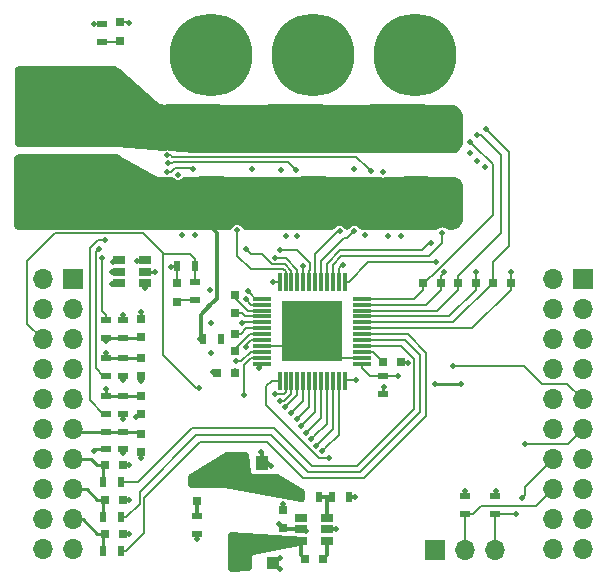
<source format=gtl>
G04 #@! TF.GenerationSoftware,KiCad,Pcbnew,(5.1.4)-1*
G04 #@! TF.CreationDate,2019-08-28T01:11:50-07:00*
G04 #@! TF.ProjectId,ESC Drivetrain V1,45534320-4472-4697-9665-747261696e20,rev?*
G04 #@! TF.SameCoordinates,Original*
G04 #@! TF.FileFunction,Copper,L1,Top*
G04 #@! TF.FilePolarity,Positive*
%FSLAX46Y46*%
G04 Gerber Fmt 4.6, Leading zero omitted, Abs format (unit mm)*
G04 Created by KiCad (PCBNEW (5.1.4)-1) date 2019-08-28 01:11:50*
%MOMM*%
%LPD*%
G04 APERTURE LIST*
%ADD10R,5.516000X5.516000*%
%ADD11C,5.516000*%
%ADD12R,0.750000X0.800000*%
%ADD13R,0.800000X0.750000*%
%ADD14R,2.500000X4.000000*%
%ADD15R,1.000000X1.250000*%
%ADD16R,0.800000X0.800000*%
%ADD17R,1.100000X1.100000*%
%ADD18R,1.700000X1.700000*%
%ADD19O,1.700000X1.700000*%
%ADD20R,0.900000X0.500000*%
%ADD21R,0.500000X0.900000*%
%ADD22C,0.500000*%
%ADD23R,0.300000X1.500000*%
%ADD24R,1.500000X0.300000*%
%ADD25R,5.170000X5.170000*%
%ADD26R,1.060000X0.650000*%
%ADD27C,0.100000*%
%ADD28C,1.000000*%
%ADD29C,7.000000*%
%ADD30C,0.250000*%
%ADD31C,0.203200*%
%ADD32C,0.344678*%
%ADD33C,0.500000*%
%ADD34C,0.254000*%
G04 APERTURE END LIST*
D10*
X106000000Y-108325000D03*
D11*
X106000000Y-115525000D03*
D12*
X122925000Y-142525000D03*
X122925000Y-144025000D03*
X118875000Y-129100000D03*
X118875000Y-127600000D03*
D13*
X132925000Y-130000000D03*
X131425000Y-130000000D03*
D12*
X118875000Y-124350000D03*
X118875000Y-125850000D03*
X110900000Y-131150000D03*
X110900000Y-129650000D03*
X110900000Y-134400000D03*
X110900000Y-132900000D03*
X110900000Y-126350000D03*
X110900000Y-127850000D03*
D13*
X134850000Y-123300000D03*
X136350000Y-123300000D03*
D14*
X116850000Y-116350000D03*
X116850000Y-110250000D03*
X125500000Y-116350000D03*
X125500000Y-110250000D03*
X134150000Y-116350000D03*
X134150000Y-110250000D03*
D13*
X137800000Y-123300000D03*
X139300000Y-123300000D03*
D12*
X110900000Y-137600000D03*
X110900000Y-136100000D03*
D13*
X140750000Y-123300000D03*
X142250000Y-123300000D03*
D15*
X121175000Y-138575000D03*
X119175000Y-138575000D03*
D13*
X126325000Y-146725000D03*
X124825000Y-146725000D03*
X109400000Y-138750000D03*
X107900000Y-138750000D03*
X109400000Y-141650000D03*
X107900000Y-141650000D03*
X109400000Y-144550000D03*
X107900000Y-144550000D03*
D16*
X109150000Y-101250000D03*
X109150000Y-102850000D03*
X113975000Y-123350000D03*
X113975000Y-124950000D03*
X115650000Y-140150000D03*
X115650000Y-141750000D03*
D17*
X119275000Y-147025000D03*
X122075000Y-147025000D03*
D18*
X135850000Y-145900000D03*
D19*
X138390000Y-145900000D03*
X140930000Y-145900000D03*
D20*
X131450000Y-132725000D03*
X131450000Y-131225000D03*
D21*
X116175000Y-128050000D03*
X117675000Y-128050000D03*
D20*
X107950000Y-131150000D03*
X107950000Y-129650000D03*
X107950000Y-134400000D03*
X107950000Y-132900000D03*
X107950000Y-126450000D03*
X107950000Y-127950000D03*
D21*
X113975000Y-121900000D03*
X115475000Y-121900000D03*
D20*
X107650000Y-102900000D03*
X107650000Y-101400000D03*
X115475000Y-124750000D03*
X115475000Y-123250000D03*
X109450000Y-129650000D03*
X109450000Y-131150000D03*
X109450000Y-132900000D03*
X109450000Y-134400000D03*
X109450000Y-127950000D03*
X109450000Y-126450000D03*
X107950000Y-137400000D03*
X107950000Y-135900000D03*
X109450000Y-135900000D03*
X109450000Y-137400000D03*
X115675000Y-143025000D03*
X115675000Y-144525000D03*
D21*
X124475000Y-141425000D03*
X125975000Y-141425000D03*
X127075000Y-141425000D03*
X128575000Y-141425000D03*
X109250000Y-140200000D03*
X107750000Y-140200000D03*
X109250000Y-143100000D03*
X107750000Y-143100000D03*
X109250000Y-146000000D03*
X107750000Y-146000000D03*
D20*
X140950000Y-141350000D03*
X140950000Y-142850000D03*
X138400000Y-141350000D03*
X138400000Y-142850000D03*
D22*
X127425000Y-125400000D03*
X127425000Y-128400000D03*
X127425000Y-126400000D03*
X127425000Y-127400000D03*
X127425000Y-129400000D03*
X126425000Y-125400000D03*
X126425000Y-128400000D03*
X126425000Y-126400000D03*
X126425000Y-127400000D03*
X126425000Y-129400000D03*
X125425000Y-125400000D03*
X125425000Y-128400000D03*
X125425000Y-126400000D03*
X125425000Y-127400000D03*
X125425000Y-129400000D03*
X124425000Y-125400000D03*
X124425000Y-128400000D03*
X124425000Y-126400000D03*
X124425000Y-127400000D03*
X124425000Y-129400000D03*
X123425000Y-125400000D03*
X123425000Y-127400000D03*
X123425000Y-126400000D03*
X123425000Y-128400000D03*
X123425000Y-129400000D03*
D23*
X122675000Y-131600000D03*
X123175000Y-131600000D03*
X123675000Y-131600000D03*
X124175000Y-131600000D03*
X124675000Y-131600000D03*
X125175000Y-131600000D03*
X125675000Y-131600000D03*
X126175000Y-131600000D03*
X126675000Y-131600000D03*
X127175000Y-131600000D03*
X127675000Y-131600000D03*
X128175000Y-131600000D03*
D24*
X129625000Y-130150000D03*
X129625000Y-129650000D03*
X129625000Y-129150000D03*
X129625000Y-128650000D03*
X129625000Y-128150000D03*
X129625000Y-127650000D03*
X129625000Y-127150000D03*
X129625000Y-126650000D03*
X129625000Y-126150000D03*
X129625000Y-125650000D03*
X129625000Y-125150000D03*
X129625000Y-124650000D03*
D23*
X128175000Y-123200000D03*
X127675000Y-123200000D03*
X127175000Y-123200000D03*
X126675000Y-123200000D03*
X126175000Y-123200000D03*
X125675000Y-123200000D03*
X125175000Y-123200000D03*
X124675000Y-123200000D03*
X124175000Y-123200000D03*
X123675000Y-123200000D03*
X123175000Y-123200000D03*
X122675000Y-123200000D03*
D24*
X121225000Y-124650000D03*
X121225000Y-125150000D03*
X121225000Y-125650000D03*
X121225000Y-126150000D03*
X121225000Y-126650000D03*
X121225000Y-127150000D03*
X121225000Y-127650000D03*
X121225000Y-128150000D03*
X121225000Y-128650000D03*
X121225000Y-129150000D03*
X121225000Y-129650000D03*
X121225000Y-130150000D03*
D25*
X125425000Y-127400000D03*
D26*
X126675000Y-145125000D03*
X126675000Y-144175000D03*
X126675000Y-143225000D03*
X124475000Y-143225000D03*
X124475000Y-145125000D03*
X124475000Y-144175000D03*
X109100000Y-121400000D03*
X109100000Y-122350000D03*
X109100000Y-123300000D03*
X111300000Y-123300000D03*
X111300000Y-121400000D03*
X111300000Y-122350000D03*
D18*
X105160000Y-123000000D03*
D19*
X102620000Y-123000000D03*
X105160000Y-125540000D03*
X102620000Y-125540000D03*
X105160000Y-128080000D03*
X102620000Y-128080000D03*
X105160000Y-130620000D03*
X102620000Y-130620000D03*
X105160000Y-133160000D03*
X102620000Y-133160000D03*
X105160000Y-135700000D03*
X102620000Y-135700000D03*
X105160000Y-138240000D03*
X102620000Y-138240000D03*
X105160000Y-140780000D03*
X102620000Y-140780000D03*
X105160000Y-143320000D03*
X102620000Y-143320000D03*
X105160000Y-145860000D03*
X102620000Y-145860000D03*
D18*
X148340000Y-123000000D03*
D19*
X145800000Y-123000000D03*
X148340000Y-125540000D03*
X145800000Y-125540000D03*
X148340000Y-128080000D03*
X145800000Y-128080000D03*
X148340000Y-130620000D03*
X145800000Y-130620000D03*
X148340000Y-133160000D03*
X145800000Y-133160000D03*
X148340000Y-135700000D03*
X145800000Y-135700000D03*
X148340000Y-138240000D03*
X145800000Y-138240000D03*
X148340000Y-140780000D03*
X145800000Y-140780000D03*
X148340000Y-143320000D03*
X145800000Y-143320000D03*
X148340000Y-145860000D03*
X145800000Y-145860000D03*
D27*
G36*
X120099504Y-144626204D02*
G01*
X120123773Y-144629804D01*
X120147571Y-144635765D01*
X120170671Y-144644030D01*
X120192849Y-144654520D01*
X120213893Y-144667133D01*
X120233598Y-144681747D01*
X120251777Y-144698223D01*
X120268253Y-144716402D01*
X120282867Y-144736107D01*
X120295480Y-144757151D01*
X120305970Y-144779329D01*
X120314235Y-144802429D01*
X120320196Y-144826227D01*
X120323796Y-144850496D01*
X120325000Y-144875000D01*
X120325000Y-145375000D01*
X120323796Y-145399504D01*
X120320196Y-145423773D01*
X120314235Y-145447571D01*
X120305970Y-145470671D01*
X120295480Y-145492849D01*
X120282867Y-145513893D01*
X120268253Y-145533598D01*
X120251777Y-145551777D01*
X120233598Y-145568253D01*
X120213893Y-145582867D01*
X120192849Y-145595480D01*
X120170671Y-145605970D01*
X120147571Y-145614235D01*
X120123773Y-145620196D01*
X120099504Y-145623796D01*
X120075000Y-145625000D01*
X118575000Y-145625000D01*
X118550496Y-145623796D01*
X118526227Y-145620196D01*
X118502429Y-145614235D01*
X118479329Y-145605970D01*
X118457151Y-145595480D01*
X118436107Y-145582867D01*
X118416402Y-145568253D01*
X118398223Y-145551777D01*
X118381747Y-145533598D01*
X118367133Y-145513893D01*
X118354520Y-145492849D01*
X118344030Y-145470671D01*
X118335765Y-145447571D01*
X118329804Y-145423773D01*
X118326204Y-145399504D01*
X118325000Y-145375000D01*
X118325000Y-144875000D01*
X118326204Y-144850496D01*
X118329804Y-144826227D01*
X118335765Y-144802429D01*
X118344030Y-144779329D01*
X118354520Y-144757151D01*
X118367133Y-144736107D01*
X118381747Y-144716402D01*
X118398223Y-144698223D01*
X118416402Y-144681747D01*
X118436107Y-144667133D01*
X118457151Y-144654520D01*
X118479329Y-144644030D01*
X118502429Y-144635765D01*
X118526227Y-144629804D01*
X118550496Y-144626204D01*
X118575000Y-144625000D01*
X120075000Y-144625000D01*
X120099504Y-144626204D01*
X120099504Y-144626204D01*
G37*
D28*
X119325000Y-145125000D03*
D27*
G36*
X120099504Y-139626204D02*
G01*
X120123773Y-139629804D01*
X120147571Y-139635765D01*
X120170671Y-139644030D01*
X120192849Y-139654520D01*
X120213893Y-139667133D01*
X120233598Y-139681747D01*
X120251777Y-139698223D01*
X120268253Y-139716402D01*
X120282867Y-139736107D01*
X120295480Y-139757151D01*
X120305970Y-139779329D01*
X120314235Y-139802429D01*
X120320196Y-139826227D01*
X120323796Y-139850496D01*
X120325000Y-139875000D01*
X120325000Y-140375000D01*
X120323796Y-140399504D01*
X120320196Y-140423773D01*
X120314235Y-140447571D01*
X120305970Y-140470671D01*
X120295480Y-140492849D01*
X120282867Y-140513893D01*
X120268253Y-140533598D01*
X120251777Y-140551777D01*
X120233598Y-140568253D01*
X120213893Y-140582867D01*
X120192849Y-140595480D01*
X120170671Y-140605970D01*
X120147571Y-140614235D01*
X120123773Y-140620196D01*
X120099504Y-140623796D01*
X120075000Y-140625000D01*
X118575000Y-140625000D01*
X118550496Y-140623796D01*
X118526227Y-140620196D01*
X118502429Y-140614235D01*
X118479329Y-140605970D01*
X118457151Y-140595480D01*
X118436107Y-140582867D01*
X118416402Y-140568253D01*
X118398223Y-140551777D01*
X118381747Y-140533598D01*
X118367133Y-140513893D01*
X118354520Y-140492849D01*
X118344030Y-140470671D01*
X118335765Y-140447571D01*
X118329804Y-140423773D01*
X118326204Y-140399504D01*
X118325000Y-140375000D01*
X118325000Y-139875000D01*
X118326204Y-139850496D01*
X118329804Y-139826227D01*
X118335765Y-139802429D01*
X118344030Y-139779329D01*
X118354520Y-139757151D01*
X118367133Y-139736107D01*
X118381747Y-139716402D01*
X118398223Y-139698223D01*
X118416402Y-139681747D01*
X118436107Y-139667133D01*
X118457151Y-139654520D01*
X118479329Y-139644030D01*
X118502429Y-139635765D01*
X118526227Y-139629804D01*
X118550496Y-139626204D01*
X118575000Y-139625000D01*
X120075000Y-139625000D01*
X120099504Y-139626204D01*
X120099504Y-139626204D01*
G37*
D28*
X119325000Y-140125000D03*
D29*
X116850000Y-104000000D03*
X125500000Y-104000000D03*
X134150000Y-104000000D03*
D13*
X118875000Y-130925000D03*
X117375000Y-130925000D03*
D22*
X117000000Y-130875000D03*
X124900000Y-144300000D03*
X115925000Y-128050000D03*
X137600000Y-117200000D03*
X136425000Y-117200000D03*
X135175000Y-117200000D03*
X135150000Y-118175000D03*
X133900000Y-117200000D03*
X133900000Y-118175000D03*
X128900000Y-117200000D03*
X127750000Y-117200000D03*
X126525000Y-117200000D03*
X126475000Y-118150000D03*
X125225000Y-117200000D03*
X125175000Y-118150000D03*
X123750000Y-117200000D03*
X117825000Y-118250000D03*
X116550000Y-118250000D03*
X120500000Y-117200000D03*
X119200000Y-117200000D03*
X117800000Y-117200000D03*
X116400000Y-117225000D03*
X114900000Y-117175000D03*
X132300000Y-117200000D03*
X107000000Y-137550000D03*
X116725000Y-125300000D03*
X119475000Y-126699996D03*
X109925000Y-101275000D03*
X123075000Y-144175000D03*
X122600000Y-143700000D03*
X131825000Y-119300000D03*
X132975000Y-119300000D03*
X123200000Y-119375000D03*
X124175000Y-119375000D03*
X114425000Y-119250000D03*
X115475000Y-119275000D03*
X130900000Y-109400000D03*
X132000000Y-109400000D03*
X122200000Y-109400000D03*
X123300000Y-109400000D03*
X114700000Y-109400000D03*
X113500000Y-109400000D03*
X113000000Y-108700000D03*
X114100000Y-108700000D03*
X115200000Y-108700000D03*
X121600000Y-108700000D03*
X122700000Y-108700000D03*
X123800000Y-108700000D03*
X130300000Y-108700000D03*
X131400000Y-108700000D03*
X132500000Y-108700000D03*
X109450000Y-126000000D03*
X110900000Y-125750000D03*
X110900000Y-131650000D03*
X109450000Y-131550000D03*
X109450000Y-134850000D03*
X109450000Y-137750000D03*
X110900000Y-138100000D03*
X109950000Y-138750000D03*
X109950000Y-141650000D03*
X109950000Y-144550000D03*
X108450000Y-122350000D03*
X116775000Y-123900000D03*
X116875000Y-126700000D03*
X116875000Y-129200000D03*
X106975000Y-101350000D03*
X139350000Y-110800000D03*
X140150000Y-110299997D03*
X133525000Y-130050000D03*
X122675000Y-147500000D03*
X122675000Y-146575000D03*
X127475000Y-144175000D03*
X129050000Y-141450000D03*
X122925000Y-142050000D03*
X121925000Y-138775000D03*
X121075000Y-137650000D03*
X115700000Y-145000000D03*
X138824994Y-111350000D03*
X110547452Y-134647452D03*
X118975000Y-129950002D03*
X107950000Y-129250000D03*
X110600000Y-121450000D03*
X107950000Y-132300000D03*
X111300000Y-123700000D03*
X107950000Y-128250000D03*
X108500000Y-123400000D03*
X114100000Y-114150000D03*
X138779687Y-112331714D03*
X136623226Y-122423226D03*
X119800000Y-120425000D03*
X122750000Y-113750000D03*
X122700000Y-120500000D03*
X139400000Y-112948390D03*
X139300000Y-122400000D03*
X108541523Y-121522974D03*
X128000000Y-121750000D03*
X131450000Y-113950000D03*
X140100000Y-113500000D03*
X142300000Y-122400000D03*
X119825000Y-124700000D03*
X119975000Y-124000000D03*
X117150000Y-138800000D03*
X118450000Y-138250000D03*
X117400000Y-140050000D03*
X120200000Y-140600000D03*
X121400000Y-139850000D03*
X123000000Y-140550000D03*
X121800000Y-140950000D03*
X118550000Y-139850000D03*
X112150000Y-122350000D03*
X113475000Y-121975000D03*
X120950000Y-130498400D03*
X115950000Y-139550000D03*
X131500000Y-132124012D03*
X135800000Y-131900000D03*
X138000000Y-131900000D03*
X138400000Y-140900000D03*
X141000000Y-140900000D03*
X118875000Y-130775000D03*
X115325000Y-113700000D03*
X107664090Y-121221363D03*
X113100000Y-113900004D03*
X107400000Y-120400000D03*
X113215081Y-113190487D03*
X124050000Y-113750000D03*
X113100000Y-112500000D03*
X130399994Y-113850000D03*
X107900000Y-119651610D03*
X129150000Y-131500000D03*
X115850000Y-132225000D03*
X124943201Y-135974537D03*
X119675000Y-132776600D03*
X126825000Y-138125000D03*
X142675000Y-142900000D03*
X143200000Y-141550000D03*
X126297819Y-137570367D03*
X124477887Y-135451566D03*
X143454358Y-136929358D03*
X125789150Y-137089460D03*
X124121404Y-134849124D03*
X132700000Y-131200000D03*
X137350000Y-130350000D03*
X123661845Y-134321087D03*
X123143767Y-133850330D03*
X122729544Y-133286029D03*
X125351365Y-136543236D03*
X122244555Y-132701945D03*
X128975000Y-113700000D03*
X124655986Y-121846640D03*
X129900000Y-119250000D03*
X129000000Y-118900000D03*
X127750000Y-118900000D03*
X136450000Y-119050000D03*
X135450000Y-119950000D03*
X135900000Y-121550000D03*
X119100000Y-118850000D03*
X122100000Y-123200000D03*
X120350000Y-113700000D03*
X122300000Y-121193570D03*
X119817634Y-128737447D03*
X117675000Y-128050000D03*
D30*
X107950000Y-137400000D02*
X107150000Y-137400000D01*
X107150000Y-137400000D02*
X107000000Y-137550000D01*
D31*
X121225000Y-126650000D02*
X119524996Y-126650000D01*
X119524996Y-126650000D02*
X119475000Y-126699996D01*
X109150000Y-101250000D02*
X109900000Y-101250000D01*
X109900000Y-101250000D02*
X109925000Y-101275000D01*
D32*
X123075000Y-144175000D02*
X123075000Y-144175000D01*
X124475000Y-144175000D02*
X123075000Y-144175000D01*
X116974999Y-125050001D02*
X116725000Y-125300000D01*
X117397340Y-124627660D02*
X116974999Y-125050001D01*
X117397340Y-119097340D02*
X117397340Y-124627660D01*
X116550000Y-118250000D02*
X117397340Y-119097340D01*
X116725000Y-125300000D02*
X116000000Y-126025000D01*
X116000000Y-126025000D02*
X116000000Y-128000000D01*
X123075000Y-144175000D02*
X122925000Y-144025000D01*
D30*
X109450000Y-126450000D02*
X109450000Y-126000000D01*
X110900000Y-126350000D02*
X110900000Y-125750000D01*
X110900000Y-131150000D02*
X110900000Y-131650000D01*
X109450000Y-131150000D02*
X109450000Y-131550000D01*
X109450000Y-134400000D02*
X109450000Y-134850000D01*
X109450000Y-137400000D02*
X109450000Y-137750000D01*
X110900000Y-137600000D02*
X110900000Y-138100000D01*
X109400000Y-138750000D02*
X109950000Y-138750000D01*
X109400000Y-141650000D02*
X109950000Y-141650000D01*
X109400000Y-144550000D02*
X109950000Y-144550000D01*
X109100000Y-122350000D02*
X108450000Y-122350000D01*
D31*
X123674999Y-128649999D02*
X123425000Y-128400000D01*
X121225000Y-128650000D02*
X123674999Y-128649999D01*
X107650000Y-101400000D02*
X107025000Y-101400000D01*
X107025000Y-101400000D02*
X106975000Y-101350000D01*
X127675000Y-129650000D02*
X125425000Y-127400000D01*
X129625000Y-129650000D02*
X127675000Y-129650000D01*
X132925000Y-130000000D02*
X133475000Y-130000000D01*
X133475000Y-130000000D02*
X133525000Y-130050000D01*
X122075000Y-147025000D02*
X122200000Y-147025000D01*
X122200000Y-147025000D02*
X122675000Y-147500000D01*
X122075000Y-147025000D02*
X122225000Y-147025000D01*
X122225000Y-147025000D02*
X122675000Y-146575000D01*
D32*
X129025000Y-141425000D02*
X129050000Y-141450000D01*
X128575000Y-141425000D02*
X129025000Y-141425000D01*
X126675000Y-144175000D02*
X127475000Y-144175000D01*
X122925000Y-142525000D02*
X122925000Y-142050000D01*
X121175000Y-138575000D02*
X121725000Y-138575000D01*
X121725000Y-138575000D02*
X121925000Y-138775000D01*
X121175000Y-138575000D02*
X121175000Y-137750000D01*
X121175000Y-137750000D02*
X121075000Y-137650000D01*
X115675000Y-144525000D02*
X115675000Y-144975000D01*
X115675000Y-144975000D02*
X115700000Y-145000000D01*
D31*
X134850000Y-123878200D02*
X134850000Y-123300000D01*
X134078200Y-124650000D02*
X134850000Y-123878200D01*
X129625000Y-124650000D02*
X134078200Y-124650000D01*
X137800000Y-123878200D02*
X137800000Y-123300000D01*
X136028200Y-125650000D02*
X137800000Y-123878200D01*
X129625000Y-125650000D02*
X136028200Y-125650000D01*
X140725000Y-123300000D02*
X140750000Y-123300000D01*
X137375000Y-126650000D02*
X140725000Y-123300000D01*
X129625000Y-126650000D02*
X137375000Y-126650000D01*
X137800000Y-122721800D02*
X137800000Y-123300000D01*
X141400000Y-119121800D02*
X137800000Y-122721800D01*
X141400000Y-112500000D02*
X141400000Y-119121800D01*
X139350000Y-110800000D02*
X139700000Y-110800000D01*
X139700000Y-110800000D02*
X141400000Y-112500000D01*
X140750000Y-123300000D02*
X140750000Y-121550000D01*
X140750000Y-121550000D02*
X142100000Y-120200000D01*
X142100000Y-112249997D02*
X140150000Y-110299997D01*
X142100000Y-120200000D02*
X142100000Y-112249997D01*
X134875000Y-123300000D02*
X135453200Y-122721800D01*
X140700000Y-117566370D02*
X140700000Y-113225006D01*
X139074993Y-111599999D02*
X138824994Y-111350000D01*
X140700000Y-113225006D02*
X139074993Y-111599999D01*
X135544570Y-122721800D02*
X140700000Y-117566370D01*
X135453200Y-122721800D02*
X135544570Y-122721800D01*
X134850000Y-123300000D02*
X134875000Y-123300000D01*
D30*
X110797451Y-134397453D02*
X110547452Y-134647452D01*
X110897453Y-134397453D02*
X110797451Y-134397453D01*
X110900000Y-134400000D02*
X110897453Y-134397453D01*
D31*
X120625000Y-127150000D02*
X120576601Y-127198399D01*
X121225000Y-127150000D02*
X120625000Y-127150000D01*
X119391366Y-127600000D02*
X118875000Y-127600000D01*
X121225000Y-127150000D02*
X119841366Y-127150000D01*
X119841366Y-127150000D02*
X119391366Y-127600000D01*
X118875000Y-128900000D02*
X118875000Y-129100000D01*
X121225000Y-127650000D02*
X120125000Y-127650000D01*
X120125000Y-127650000D02*
X118875000Y-128900000D01*
X131425000Y-129996800D02*
X131425000Y-130000000D01*
X130578200Y-129150000D02*
X131425000Y-129996800D01*
X129625000Y-129150000D02*
X130578200Y-129150000D01*
X118875000Y-124566370D02*
X118875000Y-124350000D01*
X119958630Y-125650000D02*
X118875000Y-124566370D01*
X121225000Y-125650000D02*
X119958630Y-125650000D01*
X120271800Y-126150000D02*
X121225000Y-126150000D01*
X119753200Y-126150000D02*
X120271800Y-126150000D01*
X118875000Y-125850000D02*
X119453200Y-125850000D01*
X119453200Y-125850000D02*
X119753200Y-126150000D01*
X119421449Y-129950002D02*
X118975000Y-129950002D01*
X121225000Y-129150000D02*
X120221451Y-129150000D01*
X120221451Y-129150000D02*
X119421449Y-129950002D01*
D30*
X107950000Y-129650000D02*
X107950000Y-129250000D01*
X109450000Y-129650000D02*
X107950000Y-129650000D01*
X110900000Y-129650000D02*
X109450000Y-129650000D01*
X111250000Y-121450000D02*
X110953553Y-121450000D01*
X110953553Y-121450000D02*
X110600000Y-121450000D01*
X111300000Y-121400000D02*
X111250000Y-121450000D01*
X107950000Y-132900000D02*
X107950000Y-132300000D01*
X107950000Y-132900000D02*
X109450000Y-132900000D01*
X109450000Y-132900000D02*
X110900000Y-132900000D01*
X111300000Y-123300000D02*
X111300000Y-123700000D01*
X107950000Y-127950000D02*
X107950000Y-128250000D01*
X107950000Y-127950000D02*
X109450000Y-127950000D01*
X110800000Y-127950000D02*
X110900000Y-127850000D01*
X109450000Y-127950000D02*
X110800000Y-127950000D01*
X109000000Y-123400000D02*
X109100000Y-123300000D01*
X108500000Y-123400000D02*
X109000000Y-123400000D01*
D31*
X123154736Y-121745188D02*
X121995188Y-121745188D01*
X121995188Y-121745188D02*
X121150000Y-120900000D01*
X123675000Y-122265452D02*
X123154736Y-121745188D01*
X123675000Y-123200000D02*
X123675000Y-122265452D01*
X136350000Y-123878200D02*
X136350000Y-123300000D01*
X135078200Y-125150000D02*
X136350000Y-123878200D01*
X129625000Y-125150000D02*
X135078200Y-125150000D01*
X136623226Y-122423226D02*
X136300000Y-122746452D01*
X136300000Y-123250000D02*
X136350000Y-123300000D01*
X136300000Y-122746452D02*
X136300000Y-123250000D01*
X121150000Y-120900000D02*
X120275000Y-120900000D01*
X120275000Y-120900000D02*
X119800000Y-120425000D01*
X125207587Y-122214213D02*
X125207587Y-121581871D01*
X124125716Y-120500000D02*
X123053553Y-120500000D01*
X125175000Y-122246800D02*
X125207587Y-122214213D01*
X123053553Y-120500000D02*
X122700000Y-120500000D01*
X125207587Y-121581871D02*
X124125716Y-120500000D01*
X125175000Y-123200000D02*
X125175000Y-122246800D01*
X139300000Y-123878200D02*
X139300000Y-123300000D01*
X137028200Y-126150000D02*
X139300000Y-123878200D01*
X129625000Y-126150000D02*
X137028200Y-126150000D01*
X139300000Y-122400000D02*
X139300000Y-123300000D01*
D30*
X105360000Y-135900000D02*
X105160000Y-135700000D01*
X107950000Y-135900000D02*
X105360000Y-135900000D01*
X109450000Y-135900000D02*
X107950000Y-135900000D01*
X110700000Y-135900000D02*
X110900000Y-136100000D01*
X109450000Y-135900000D02*
X110700000Y-135900000D01*
X108977026Y-121522974D02*
X108895076Y-121522974D01*
X109100000Y-121400000D02*
X108977026Y-121522974D01*
X108895076Y-121522974D02*
X108541523Y-121522974D01*
D31*
X127675000Y-123200000D02*
X127675000Y-122075000D01*
X127675000Y-122075000D02*
X128000000Y-121750000D01*
X142250000Y-123878200D02*
X142250000Y-123300000D01*
X138978200Y-127150000D02*
X142250000Y-123878200D01*
X129625000Y-127150000D02*
X138978200Y-127150000D01*
X142300000Y-123250000D02*
X142250000Y-123300000D01*
X142300000Y-122400000D02*
X142300000Y-123250000D01*
X120271800Y-125150000D02*
X119825000Y-124703200D01*
X121225000Y-125150000D02*
X120271800Y-125150000D01*
X119825000Y-124703200D02*
X119825000Y-124700000D01*
X121225000Y-124650000D02*
X120625000Y-124650000D01*
X120224999Y-124249999D02*
X119975000Y-124000000D01*
X120625000Y-124650000D02*
X120224999Y-124249999D01*
D30*
X111300000Y-122350000D02*
X112150000Y-122350000D01*
D31*
X113975000Y-121900000D02*
X113550000Y-121900000D01*
X113550000Y-121900000D02*
X113475000Y-121975000D01*
X113975000Y-123350000D02*
X113975000Y-121900000D01*
D32*
X124475000Y-141225000D02*
X124475000Y-141425000D01*
D31*
X121225000Y-130150000D02*
X121225000Y-130223400D01*
X121225000Y-130223400D02*
X120950000Y-130498400D01*
D30*
X131450000Y-132725000D02*
X131450000Y-132174012D01*
X131450000Y-132174012D02*
X131500000Y-132124012D01*
X135800000Y-131900000D02*
X136153553Y-131900000D01*
X136153553Y-131900000D02*
X138000000Y-131900000D01*
X138400000Y-141350000D02*
X138400000Y-140900000D01*
X140950000Y-141350000D02*
X140950000Y-140950000D01*
X140950000Y-140950000D02*
X141000000Y-140900000D01*
D32*
X124475000Y-146375000D02*
X124825000Y-146725000D01*
X124475000Y-145125000D02*
X124475000Y-146375000D01*
X126675000Y-146375000D02*
X126325000Y-146725000D01*
X126675000Y-145125000D02*
X126675000Y-146375000D01*
D30*
X106740000Y-138240000D02*
X105160000Y-138240000D01*
X107900000Y-138750000D02*
X107250000Y-138750000D01*
X107250000Y-138750000D02*
X106740000Y-138240000D01*
X107750000Y-138900000D02*
X107900000Y-138750000D01*
X107750000Y-140200000D02*
X107750000Y-138900000D01*
X106380000Y-140780000D02*
X105160000Y-140780000D01*
X107900000Y-141650000D02*
X107250000Y-141650000D01*
X107250000Y-141650000D02*
X106380000Y-140780000D01*
X107750000Y-141800000D02*
X107900000Y-141650000D01*
X107750000Y-143100000D02*
X107750000Y-141800000D01*
X106020000Y-143320000D02*
X105160000Y-143320000D01*
X107900000Y-144550000D02*
X107250000Y-144550000D01*
X107250000Y-144550000D02*
X106020000Y-143320000D01*
X107750000Y-144700000D02*
X107900000Y-144550000D01*
X107750000Y-146000000D02*
X107750000Y-144700000D01*
D31*
X109100000Y-102900000D02*
X109150000Y-102850000D01*
X107650000Y-102900000D02*
X109100000Y-102900000D01*
X114175000Y-124750000D02*
X113975000Y-124950000D01*
X115475000Y-124750000D02*
X114175000Y-124750000D01*
D32*
X115650000Y-143000000D02*
X115675000Y-143025000D01*
X115650000Y-141750000D02*
X115650000Y-143000000D01*
D30*
X108000000Y-126400000D02*
X107950000Y-126450000D01*
D31*
X107664090Y-121574916D02*
X107664090Y-121221363D01*
X107664090Y-125710890D02*
X107664090Y-121574916D01*
X107950000Y-125996800D02*
X107664090Y-125710890D01*
X107950000Y-126450000D02*
X107950000Y-125996800D01*
X113453553Y-113900004D02*
X113100000Y-113900004D01*
X113803557Y-113550000D02*
X113453553Y-113900004D01*
X115325000Y-113700000D02*
X115175000Y-113550000D01*
X115175000Y-113550000D02*
X113803557Y-113550000D01*
X107750000Y-131150000D02*
X107950000Y-131150000D01*
X107112489Y-130512489D02*
X107750000Y-131150000D01*
X107112489Y-120687511D02*
X107112489Y-130512489D01*
X107400000Y-120400000D02*
X107112489Y-120687511D01*
X113215081Y-113190487D02*
X113568634Y-113190487D01*
X113568634Y-113190487D02*
X113659121Y-113100000D01*
X113659121Y-113100000D02*
X123400000Y-113100000D01*
X123800001Y-113500001D02*
X124050000Y-113750000D01*
X123400000Y-113100000D02*
X123800001Y-113500001D01*
X113578553Y-112625000D02*
X129174994Y-112625000D01*
X113453553Y-112500000D02*
X113578553Y-112625000D01*
X130149995Y-113600001D02*
X130399994Y-113850000D01*
X129174994Y-112625000D02*
X130149995Y-113600001D01*
X113100000Y-112500000D02*
X113453553Y-112500000D01*
X107546447Y-119651610D02*
X107900000Y-119651610D01*
X107332020Y-119651610D02*
X107546447Y-119651610D01*
X106600000Y-120383630D02*
X107332020Y-119651610D01*
X106600000Y-133250000D02*
X106600000Y-120383630D01*
X107950000Y-134400000D02*
X107750000Y-134400000D01*
X107750000Y-134400000D02*
X106600000Y-133250000D01*
X128275000Y-131500000D02*
X128175000Y-131600000D01*
X129150000Y-131500000D02*
X128275000Y-131500000D01*
X115850000Y-132225000D02*
X115625000Y-132225000D01*
X112775000Y-129375000D02*
X114750000Y-131350000D01*
X114750000Y-131350000D02*
X114650000Y-131250000D01*
X115625000Y-132225000D02*
X114750000Y-131350000D01*
X115128200Y-120900000D02*
X112775000Y-120900000D01*
X115475000Y-121246800D02*
X115128200Y-120900000D01*
X115475000Y-121900000D02*
X115475000Y-121246800D01*
X112775000Y-120900000D02*
X112775000Y-129375000D01*
X115475000Y-123250000D02*
X115475000Y-121900000D01*
X112775000Y-120800000D02*
X112775000Y-120900000D01*
X111075000Y-119100000D02*
X112775000Y-120800000D01*
X103625000Y-119100000D02*
X111075000Y-119100000D01*
X101300000Y-121425000D02*
X103625000Y-119100000D01*
X102620000Y-128080000D02*
X101300000Y-126760000D01*
X101300000Y-126760000D02*
X101300000Y-121425000D01*
X126175000Y-131600000D02*
X126175000Y-134742738D01*
X125193200Y-135724538D02*
X124943201Y-135974537D01*
X126175000Y-134742738D02*
X125193200Y-135724538D01*
X120291676Y-129650000D02*
X121225000Y-129650000D01*
X119675000Y-132776600D02*
X119675000Y-130266676D01*
X119675000Y-130266676D02*
X120291676Y-129650000D01*
X138400000Y-145890000D02*
X138390000Y-145900000D01*
X138400000Y-142850000D02*
X138400000Y-145890000D01*
X145800000Y-140780000D02*
X144380000Y-142200000D01*
X139053200Y-142850000D02*
X138400000Y-142850000D01*
X139703200Y-142200000D02*
X139053200Y-142850000D01*
X144380000Y-142200000D02*
X139703200Y-142200000D01*
X126471447Y-138125000D02*
X126825000Y-138125000D01*
X126033630Y-138125000D02*
X126471447Y-138125000D01*
X121550000Y-133641370D02*
X126033630Y-138125000D01*
X121550000Y-132075000D02*
X121550000Y-133641370D01*
X122025000Y-131600000D02*
X121550000Y-132075000D01*
X122675000Y-131600000D02*
X122025000Y-131600000D01*
X141190000Y-142850000D02*
X140950000Y-142850000D01*
X140950000Y-145880000D02*
X140930000Y-145900000D01*
X140950000Y-142850000D02*
X140950000Y-145880000D01*
X140950000Y-142850000D02*
X142625000Y-142850000D01*
X142625000Y-142850000D02*
X142675000Y-142900000D01*
X143200000Y-141550000D02*
X143475000Y-141275000D01*
X143475000Y-140565000D02*
X145800000Y-138240000D01*
X143475000Y-141275000D02*
X143475000Y-140565000D01*
X127675000Y-131600000D02*
X127675000Y-136193186D01*
X127675000Y-136193186D02*
X126547818Y-137320368D01*
X126547818Y-137320368D02*
X126297819Y-137570367D01*
X125675000Y-134254453D02*
X124727886Y-135201567D01*
X125675000Y-131600000D02*
X125675000Y-134254453D01*
X124727886Y-135201567D02*
X124477887Y-135451566D01*
X143807911Y-136929358D02*
X143454358Y-136929358D01*
X147110642Y-136929358D02*
X143807911Y-136929358D01*
X148340000Y-135700000D02*
X147110642Y-136929358D01*
X127175000Y-135703610D02*
X126039149Y-136839461D01*
X127175000Y-131600000D02*
X127175000Y-135703610D01*
X126039149Y-136839461D02*
X125789150Y-137089460D01*
X124371403Y-134599125D02*
X124121404Y-134849124D01*
X125175000Y-131600000D02*
X125175000Y-133795528D01*
X125175000Y-133795528D02*
X124371403Y-134599125D01*
X129625000Y-130503200D02*
X129625000Y-130150000D01*
X130346800Y-131225000D02*
X129625000Y-130503200D01*
X131450000Y-131225000D02*
X130346800Y-131225000D01*
X131475000Y-131200000D02*
X131450000Y-131225000D01*
X132700000Y-131200000D02*
X131475000Y-131200000D01*
X143375000Y-130350000D02*
X137350000Y-130350000D01*
X144875000Y-131850000D02*
X143375000Y-130350000D01*
X148340000Y-133160000D02*
X147030000Y-131850000D01*
X147030000Y-131850000D02*
X144875000Y-131850000D01*
X124675000Y-131600000D02*
X124675000Y-133307932D01*
X123911844Y-134071088D02*
X123661845Y-134321087D01*
X124675000Y-133307932D02*
X123911844Y-134071088D01*
X123393766Y-133600331D02*
X123143767Y-133850330D01*
X124175000Y-132819097D02*
X123393766Y-133600331D01*
X124175000Y-131600000D02*
X124175000Y-132819097D01*
X123083097Y-133286029D02*
X122729544Y-133286029D01*
X123675000Y-132694126D02*
X123083097Y-133286029D01*
X123675000Y-131600000D02*
X123675000Y-132694126D01*
X126675000Y-131600000D02*
X126675000Y-135219601D01*
X125601364Y-136293237D02*
X125351365Y-136543236D01*
X126675000Y-135219601D02*
X125601364Y-136293237D01*
X122598108Y-132701945D02*
X122244555Y-132701945D01*
X123026255Y-132701945D02*
X122598108Y-132701945D01*
X123175000Y-132553200D02*
X123026255Y-132701945D01*
X123175000Y-131600000D02*
X123175000Y-132553200D01*
X124675000Y-123200000D02*
X124675000Y-121865654D01*
X124675000Y-121865654D02*
X124655986Y-121846640D01*
X128400000Y-119500000D02*
X129000000Y-118900000D01*
X128100000Y-119500000D02*
X128400000Y-119500000D01*
X126175000Y-123200000D02*
X126175000Y-121425000D01*
X126175000Y-121425000D02*
X128100000Y-119500000D01*
X127650000Y-118900000D02*
X127750000Y-118900000D01*
X125675000Y-123200000D02*
X125675000Y-120875000D01*
X125675000Y-120875000D02*
X127650000Y-118900000D01*
X136450000Y-119900000D02*
X136450000Y-119050000D01*
X135300000Y-121050000D02*
X136450000Y-119900000D01*
X127883630Y-121050000D02*
X135300000Y-121050000D01*
X127175000Y-123200000D02*
X127175000Y-121758630D01*
X127175000Y-121758630D02*
X127883630Y-121050000D01*
X135350000Y-119950000D02*
X135450000Y-119950000D01*
X134750000Y-120550000D02*
X135350000Y-119950000D01*
X127813404Y-120550000D02*
X134750000Y-120550000D01*
X126675000Y-123200000D02*
X126675000Y-121688404D01*
X126675000Y-121688404D02*
X127813404Y-120550000D01*
X128528200Y-123200000D02*
X128175000Y-123200000D01*
X135900000Y-121550000D02*
X130178200Y-121550000D01*
X130178200Y-121550000D02*
X128528200Y-123200000D01*
X119100000Y-119153575D02*
X119100000Y-118800022D01*
X119100000Y-121000000D02*
X119100000Y-119153575D01*
X120248399Y-122148399D02*
X119100000Y-121000000D01*
X122987721Y-122148399D02*
X120248399Y-122148399D01*
X123175000Y-123200000D02*
X123175000Y-122335678D01*
X123175000Y-122335678D02*
X122987721Y-122148399D01*
X122675000Y-123200000D02*
X122675000Y-122600000D01*
X122675000Y-123200000D02*
X122100000Y-123200000D01*
X123173344Y-121193570D02*
X122653553Y-121193570D01*
X122653553Y-121193570D02*
X122300000Y-121193570D01*
X124175000Y-123200000D02*
X124175000Y-122195226D01*
X124175000Y-122195226D02*
X123173344Y-121193570D01*
X119817634Y-128604166D02*
X119817634Y-128737447D01*
X121225000Y-128150000D02*
X120271800Y-128150000D01*
X120271800Y-128150000D02*
X119817634Y-128604166D01*
X126900000Y-141600000D02*
X127075000Y-141425000D01*
X126675000Y-143225000D02*
X126900000Y-143000000D01*
D32*
X127075000Y-141425000D02*
X125975000Y-141425000D01*
X126675000Y-141825000D02*
X127075000Y-141425000D01*
X126675000Y-143225000D02*
X126675000Y-141825000D01*
X126569678Y-141425000D02*
X125975000Y-141425000D01*
X126675000Y-141530322D02*
X126569678Y-141425000D01*
X126675000Y-141825000D02*
X126675000Y-141530322D01*
D31*
X110650000Y-140200000D02*
X109075000Y-140200000D01*
X115250000Y-135600000D02*
X110650000Y-140200000D01*
X122225000Y-135600000D02*
X115250000Y-135600000D01*
X132941370Y-128650000D02*
X134076601Y-129785231D01*
X129625000Y-128650000D02*
X132941370Y-128650000D01*
X134076601Y-129785231D02*
X134076601Y-133948399D01*
X134076601Y-133948399D02*
X129200000Y-138825000D01*
X129200000Y-138825000D02*
X125450000Y-138825000D01*
X125450000Y-138825000D02*
X122225000Y-135600000D01*
X109703200Y-143100000D02*
X109250000Y-143100000D01*
X110817015Y-141986185D02*
X109703200Y-143100000D01*
X110817015Y-141007985D02*
X110817015Y-141986185D01*
X115625000Y-136200000D02*
X110817015Y-141007985D01*
X121950000Y-136200000D02*
X115625000Y-136200000D01*
X133275000Y-128150000D02*
X134575000Y-129450000D01*
X129625000Y-128150000D02*
X133275000Y-128150000D01*
X134575000Y-129450000D02*
X134575000Y-134250000D01*
X134575000Y-134250000D02*
X129500000Y-139325000D01*
X129500000Y-139325000D02*
X125075000Y-139325000D01*
X125075000Y-139325000D02*
X121950000Y-136200000D01*
X111220225Y-141479775D02*
X111220225Y-144482975D01*
X121575000Y-136800000D02*
X115900000Y-136800000D01*
X115900000Y-136800000D02*
X111220225Y-141479775D01*
X133525000Y-127650000D02*
X135100000Y-129225000D01*
X129625000Y-127650000D02*
X133525000Y-127650000D01*
X111220225Y-144482975D02*
X109703200Y-146000000D01*
X135100000Y-129225000D02*
X135100000Y-134575000D01*
X109703200Y-146000000D02*
X109250000Y-146000000D01*
X135100000Y-134575000D02*
X129825000Y-139850000D01*
X129825000Y-139850000D02*
X124625000Y-139850000D01*
X124625000Y-139850000D02*
X121575000Y-136800000D01*
D33*
G36*
X134964145Y-108460602D02*
G01*
X135023921Y-108485362D01*
X135075251Y-108524749D01*
X135114638Y-108576079D01*
X135139398Y-108635855D01*
X135150000Y-108716384D01*
X135150000Y-111783616D01*
X135139398Y-111864145D01*
X135114638Y-111923921D01*
X135075251Y-111975251D01*
X135023921Y-112014638D01*
X134964145Y-112039398D01*
X134883616Y-112050000D01*
X133101408Y-112050000D01*
X133027992Y-112041221D01*
X132972761Y-112020618D01*
X132911529Y-111979168D01*
X130249779Y-109672318D01*
X130191839Y-109605441D01*
X130162591Y-109541389D01*
X130150000Y-109453807D01*
X130150000Y-108716384D01*
X130160602Y-108635855D01*
X130185362Y-108576079D01*
X130224749Y-108524749D01*
X130276079Y-108485362D01*
X130335855Y-108460602D01*
X130416384Y-108450000D01*
X134883616Y-108450000D01*
X134964145Y-108460602D01*
X134964145Y-108460602D01*
G37*
X134964145Y-108460602D02*
X135023921Y-108485362D01*
X135075251Y-108524749D01*
X135114638Y-108576079D01*
X135139398Y-108635855D01*
X135150000Y-108716384D01*
X135150000Y-111783616D01*
X135139398Y-111864145D01*
X135114638Y-111923921D01*
X135075251Y-111975251D01*
X135023921Y-112014638D01*
X134964145Y-112039398D01*
X134883616Y-112050000D01*
X133101408Y-112050000D01*
X133027992Y-112041221D01*
X132972761Y-112020618D01*
X132911529Y-111979168D01*
X130249779Y-109672318D01*
X130191839Y-109605441D01*
X130162591Y-109541389D01*
X130150000Y-109453807D01*
X130150000Y-108716384D01*
X130160602Y-108635855D01*
X130185362Y-108576079D01*
X130224749Y-108524749D01*
X130276079Y-108485362D01*
X130335855Y-108460602D01*
X130416384Y-108450000D01*
X134883616Y-108450000D01*
X134964145Y-108460602D01*
G36*
X126364145Y-108460602D02*
G01*
X126423921Y-108485362D01*
X126475251Y-108524749D01*
X126514638Y-108576079D01*
X126539398Y-108635855D01*
X126550000Y-108716384D01*
X126550000Y-111783616D01*
X126539398Y-111864145D01*
X126514638Y-111923921D01*
X126475251Y-111975251D01*
X126423921Y-112014638D01*
X126402768Y-112023400D01*
X124380219Y-112023400D01*
X124372761Y-112020618D01*
X124311529Y-111979168D01*
X121649779Y-109672318D01*
X121591839Y-109605441D01*
X121562591Y-109541389D01*
X121550000Y-109453807D01*
X121550000Y-108716384D01*
X121560602Y-108635855D01*
X121585362Y-108576079D01*
X121624749Y-108524749D01*
X121676079Y-108485362D01*
X121735855Y-108460602D01*
X121816384Y-108450000D01*
X126283616Y-108450000D01*
X126364145Y-108460602D01*
X126364145Y-108460602D01*
G37*
X126364145Y-108460602D02*
X126423921Y-108485362D01*
X126475251Y-108524749D01*
X126514638Y-108576079D01*
X126539398Y-108635855D01*
X126550000Y-108716384D01*
X126550000Y-111783616D01*
X126539398Y-111864145D01*
X126514638Y-111923921D01*
X126475251Y-111975251D01*
X126423921Y-112014638D01*
X126402768Y-112023400D01*
X124380219Y-112023400D01*
X124372761Y-112020618D01*
X124311529Y-111979168D01*
X121649779Y-109672318D01*
X121591839Y-109605441D01*
X121562591Y-109541389D01*
X121550000Y-109453807D01*
X121550000Y-108716384D01*
X121560602Y-108635855D01*
X121585362Y-108576079D01*
X121624749Y-108524749D01*
X121676079Y-108485362D01*
X121735855Y-108460602D01*
X121816384Y-108450000D01*
X126283616Y-108450000D01*
X126364145Y-108460602D01*
G36*
X117664145Y-108460602D02*
G01*
X117723921Y-108485362D01*
X117775251Y-108524749D01*
X117814638Y-108576079D01*
X117839398Y-108635855D01*
X117850000Y-108716384D01*
X117850000Y-111783616D01*
X117839398Y-111864145D01*
X117814638Y-111923921D01*
X117775251Y-111975251D01*
X117723921Y-112014638D01*
X117702768Y-112023400D01*
X115680219Y-112023400D01*
X115672761Y-112020618D01*
X115611529Y-111979168D01*
X112949779Y-109672318D01*
X112891839Y-109605441D01*
X112862591Y-109541389D01*
X112850000Y-109453807D01*
X112850000Y-108716384D01*
X112860602Y-108635855D01*
X112885362Y-108576079D01*
X112924749Y-108524749D01*
X112976079Y-108485362D01*
X113035855Y-108460602D01*
X113116384Y-108450000D01*
X117583616Y-108450000D01*
X117664145Y-108460602D01*
X117664145Y-108460602D01*
G37*
X117664145Y-108460602D02*
X117723921Y-108485362D01*
X117775251Y-108524749D01*
X117814638Y-108576079D01*
X117839398Y-108635855D01*
X117850000Y-108716384D01*
X117850000Y-111783616D01*
X117839398Y-111864145D01*
X117814638Y-111923921D01*
X117775251Y-111975251D01*
X117723921Y-112014638D01*
X117702768Y-112023400D01*
X115680219Y-112023400D01*
X115672761Y-112020618D01*
X115611529Y-111979168D01*
X112949779Y-109672318D01*
X112891839Y-109605441D01*
X112862591Y-109541389D01*
X112850000Y-109453807D01*
X112850000Y-108716384D01*
X112860602Y-108635855D01*
X112885362Y-108576079D01*
X112924749Y-108524749D01*
X112976079Y-108485362D01*
X113035855Y-108460602D01*
X113116384Y-108450000D01*
X117583616Y-108450000D01*
X117664145Y-108460602D01*
G36*
X117965192Y-114559600D02*
G01*
X118022543Y-114582074D01*
X118085351Y-114627147D01*
X120457238Y-116823338D01*
X120511207Y-116889193D01*
X120538346Y-116951307D01*
X120550000Y-117035648D01*
X120550000Y-117180326D01*
X120539695Y-117245391D01*
X120518833Y-117286334D01*
X120486334Y-117318833D01*
X120445391Y-117339695D01*
X120380326Y-117350000D01*
X118400000Y-117350000D01*
X118367369Y-117352139D01*
X118237959Y-117369176D01*
X118174919Y-117386067D01*
X118054329Y-117436017D01*
X117997808Y-117468650D01*
X117894255Y-117548110D01*
X117848110Y-117594255D01*
X117768650Y-117697808D01*
X117736017Y-117754329D01*
X117686067Y-117874919D01*
X117669176Y-117937959D01*
X117652139Y-118067369D01*
X117650000Y-118100000D01*
X117650000Y-118283616D01*
X117639398Y-118364145D01*
X117614638Y-118423921D01*
X117575251Y-118475251D01*
X117523921Y-118514638D01*
X117464145Y-118539398D01*
X117383616Y-118550000D01*
X115674553Y-118550000D01*
X115548869Y-118525000D01*
X115401131Y-118525000D01*
X115275447Y-118550000D01*
X115016384Y-118550000D01*
X114935855Y-118539398D01*
X114876079Y-118514638D01*
X114824749Y-118475251D01*
X114785362Y-118423921D01*
X114760602Y-118364145D01*
X114750000Y-118283616D01*
X114750000Y-116931136D01*
X114781642Y-116780655D01*
X115690144Y-114715878D01*
X115737635Y-114639966D01*
X115791081Y-114592836D01*
X115855744Y-114562898D01*
X115944358Y-114550000D01*
X117888483Y-114550000D01*
X117965192Y-114559600D01*
X117965192Y-114559600D01*
G37*
X117965192Y-114559600D02*
X118022543Y-114582074D01*
X118085351Y-114627147D01*
X120457238Y-116823338D01*
X120511207Y-116889193D01*
X120538346Y-116951307D01*
X120550000Y-117035648D01*
X120550000Y-117180326D01*
X120539695Y-117245391D01*
X120518833Y-117286334D01*
X120486334Y-117318833D01*
X120445391Y-117339695D01*
X120380326Y-117350000D01*
X118400000Y-117350000D01*
X118367369Y-117352139D01*
X118237959Y-117369176D01*
X118174919Y-117386067D01*
X118054329Y-117436017D01*
X117997808Y-117468650D01*
X117894255Y-117548110D01*
X117848110Y-117594255D01*
X117768650Y-117697808D01*
X117736017Y-117754329D01*
X117686067Y-117874919D01*
X117669176Y-117937959D01*
X117652139Y-118067369D01*
X117650000Y-118100000D01*
X117650000Y-118283616D01*
X117639398Y-118364145D01*
X117614638Y-118423921D01*
X117575251Y-118475251D01*
X117523921Y-118514638D01*
X117464145Y-118539398D01*
X117383616Y-118550000D01*
X115674553Y-118550000D01*
X115548869Y-118525000D01*
X115401131Y-118525000D01*
X115275447Y-118550000D01*
X115016384Y-118550000D01*
X114935855Y-118539398D01*
X114876079Y-118514638D01*
X114824749Y-118475251D01*
X114785362Y-118423921D01*
X114760602Y-118364145D01*
X114750000Y-118283616D01*
X114750000Y-116931136D01*
X114781642Y-116780655D01*
X115690144Y-114715878D01*
X115737635Y-114639966D01*
X115791081Y-114592836D01*
X115855744Y-114562898D01*
X115944358Y-114550000D01*
X117888483Y-114550000D01*
X117965192Y-114559600D01*
G36*
X126565192Y-114559600D02*
G01*
X126622543Y-114582074D01*
X126685351Y-114627147D01*
X129057238Y-116823338D01*
X129111207Y-116889193D01*
X129138346Y-116951307D01*
X129150000Y-117035648D01*
X129150000Y-117180326D01*
X129139695Y-117245391D01*
X129118833Y-117286334D01*
X129086334Y-117318833D01*
X129045391Y-117339695D01*
X128980326Y-117350000D01*
X127000000Y-117350000D01*
X126967369Y-117352139D01*
X126837959Y-117369176D01*
X126774919Y-117386067D01*
X126654329Y-117436017D01*
X126597808Y-117468650D01*
X126494255Y-117548110D01*
X126448110Y-117594255D01*
X126368650Y-117697808D01*
X126336017Y-117754329D01*
X126286067Y-117874919D01*
X126269176Y-117937959D01*
X126252139Y-118067369D01*
X126250000Y-118100000D01*
X126250000Y-118283616D01*
X126239398Y-118364145D01*
X126214638Y-118423921D01*
X126175251Y-118475251D01*
X126123921Y-118514638D01*
X126064145Y-118539398D01*
X125983616Y-118550000D01*
X123616384Y-118550000D01*
X123535855Y-118539398D01*
X123476079Y-118514638D01*
X123424749Y-118475251D01*
X123385362Y-118423921D01*
X123360602Y-118364145D01*
X123350000Y-118283616D01*
X123350000Y-116931136D01*
X123381642Y-116780655D01*
X124290144Y-114715878D01*
X124337635Y-114639966D01*
X124391081Y-114592836D01*
X124455744Y-114562898D01*
X124544358Y-114550000D01*
X126488483Y-114550000D01*
X126565192Y-114559600D01*
X126565192Y-114559600D01*
G37*
X126565192Y-114559600D02*
X126622543Y-114582074D01*
X126685351Y-114627147D01*
X129057238Y-116823338D01*
X129111207Y-116889193D01*
X129138346Y-116951307D01*
X129150000Y-117035648D01*
X129150000Y-117180326D01*
X129139695Y-117245391D01*
X129118833Y-117286334D01*
X129086334Y-117318833D01*
X129045391Y-117339695D01*
X128980326Y-117350000D01*
X127000000Y-117350000D01*
X126967369Y-117352139D01*
X126837959Y-117369176D01*
X126774919Y-117386067D01*
X126654329Y-117436017D01*
X126597808Y-117468650D01*
X126494255Y-117548110D01*
X126448110Y-117594255D01*
X126368650Y-117697808D01*
X126336017Y-117754329D01*
X126286067Y-117874919D01*
X126269176Y-117937959D01*
X126252139Y-118067369D01*
X126250000Y-118100000D01*
X126250000Y-118283616D01*
X126239398Y-118364145D01*
X126214638Y-118423921D01*
X126175251Y-118475251D01*
X126123921Y-118514638D01*
X126064145Y-118539398D01*
X125983616Y-118550000D01*
X123616384Y-118550000D01*
X123535855Y-118539398D01*
X123476079Y-118514638D01*
X123424749Y-118475251D01*
X123385362Y-118423921D01*
X123360602Y-118364145D01*
X123350000Y-118283616D01*
X123350000Y-116931136D01*
X123381642Y-116780655D01*
X124290144Y-114715878D01*
X124337635Y-114639966D01*
X124391081Y-114592836D01*
X124455744Y-114562898D01*
X124544358Y-114550000D01*
X126488483Y-114550000D01*
X126565192Y-114559600D01*
G36*
X135265192Y-114559600D02*
G01*
X135322543Y-114582074D01*
X135385351Y-114627147D01*
X137757238Y-116823338D01*
X137811207Y-116889193D01*
X137838346Y-116951307D01*
X137850000Y-117035648D01*
X137850000Y-117180326D01*
X137839695Y-117245391D01*
X137818833Y-117286334D01*
X137786334Y-117318833D01*
X137745391Y-117339695D01*
X137680326Y-117350000D01*
X135700000Y-117350000D01*
X135667369Y-117352139D01*
X135537959Y-117369176D01*
X135474919Y-117386067D01*
X135354329Y-117436017D01*
X135297808Y-117468650D01*
X135194255Y-117548110D01*
X135148110Y-117594255D01*
X135068650Y-117697808D01*
X135036017Y-117754329D01*
X134986067Y-117874919D01*
X134969176Y-117937959D01*
X134952139Y-118067369D01*
X134950000Y-118100000D01*
X134950000Y-118283616D01*
X134939398Y-118364145D01*
X134914638Y-118423921D01*
X134875251Y-118475251D01*
X134823921Y-118514638D01*
X134764145Y-118539398D01*
X134683616Y-118550000D01*
X132416384Y-118550000D01*
X132335855Y-118539398D01*
X132276079Y-118514638D01*
X132224749Y-118475251D01*
X132185362Y-118423921D01*
X132160602Y-118364145D01*
X132150000Y-118283616D01*
X132150000Y-116920145D01*
X132176740Y-116781297D01*
X132999477Y-114724453D01*
X133045998Y-114644926D01*
X133099925Y-114595295D01*
X133166034Y-114563657D01*
X133257148Y-114550000D01*
X135188483Y-114550000D01*
X135265192Y-114559600D01*
X135265192Y-114559600D01*
G37*
X135265192Y-114559600D02*
X135322543Y-114582074D01*
X135385351Y-114627147D01*
X137757238Y-116823338D01*
X137811207Y-116889193D01*
X137838346Y-116951307D01*
X137850000Y-117035648D01*
X137850000Y-117180326D01*
X137839695Y-117245391D01*
X137818833Y-117286334D01*
X137786334Y-117318833D01*
X137745391Y-117339695D01*
X137680326Y-117350000D01*
X135700000Y-117350000D01*
X135667369Y-117352139D01*
X135537959Y-117369176D01*
X135474919Y-117386067D01*
X135354329Y-117436017D01*
X135297808Y-117468650D01*
X135194255Y-117548110D01*
X135148110Y-117594255D01*
X135068650Y-117697808D01*
X135036017Y-117754329D01*
X134986067Y-117874919D01*
X134969176Y-117937959D01*
X134952139Y-118067369D01*
X134950000Y-118100000D01*
X134950000Y-118283616D01*
X134939398Y-118364145D01*
X134914638Y-118423921D01*
X134875251Y-118475251D01*
X134823921Y-118514638D01*
X134764145Y-118539398D01*
X134683616Y-118550000D01*
X132416384Y-118550000D01*
X132335855Y-118539398D01*
X132276079Y-118514638D01*
X132224749Y-118475251D01*
X132185362Y-118423921D01*
X132160602Y-118364145D01*
X132150000Y-118283616D01*
X132150000Y-116920145D01*
X132176740Y-116781297D01*
X132999477Y-114724453D01*
X133045998Y-114644926D01*
X133099925Y-114595295D01*
X133166034Y-114563657D01*
X133257148Y-114550000D01*
X135188483Y-114550000D01*
X135265192Y-114559600D01*
D34*
G36*
X108624528Y-105042214D02*
G01*
X108778518Y-105085749D01*
X108921969Y-105156678D01*
X109054740Y-105256126D01*
X112105141Y-108012007D01*
X112114118Y-108019399D01*
X112260509Y-108129105D01*
X112280297Y-108141279D01*
X112444224Y-108222481D01*
X112465898Y-108230846D01*
X112641874Y-108280828D01*
X112664711Y-108285105D01*
X112846847Y-108302192D01*
X112858462Y-108302747D01*
X137151604Y-108350056D01*
X137327101Y-108367596D01*
X137489893Y-108417056D01*
X137639993Y-108497174D01*
X137771683Y-108604901D01*
X137879964Y-108736144D01*
X137960709Y-108885904D01*
X138010851Y-109048491D01*
X138029125Y-109223909D01*
X138041785Y-111287275D01*
X138025336Y-111464608D01*
X137976251Y-111629248D01*
X137895851Y-111781076D01*
X137787258Y-111914201D01*
X137654672Y-112023470D01*
X137503258Y-112104629D01*
X137338863Y-112154544D01*
X137161617Y-112171885D01*
X115491777Y-112148046D01*
X115418558Y-112145098D01*
X113354604Y-111980920D01*
X113268305Y-111945174D01*
X113156830Y-111923000D01*
X113043170Y-111923000D01*
X112931695Y-111945174D01*
X112927431Y-111946940D01*
X108899655Y-111626549D01*
X108894625Y-111626249D01*
X108815330Y-111623100D01*
X108810290Y-111623000D01*
X100734914Y-111623000D01*
X100558070Y-111605541D01*
X100394073Y-111555671D01*
X100352000Y-111533121D01*
X100352000Y-105126360D01*
X100413240Y-105093716D01*
X100576556Y-105044296D01*
X100752578Y-105027000D01*
X108459335Y-105027000D01*
X108624528Y-105042214D01*
X108624528Y-105042214D01*
G37*
X108624528Y-105042214D02*
X108778518Y-105085749D01*
X108921969Y-105156678D01*
X109054740Y-105256126D01*
X112105141Y-108012007D01*
X112114118Y-108019399D01*
X112260509Y-108129105D01*
X112280297Y-108141279D01*
X112444224Y-108222481D01*
X112465898Y-108230846D01*
X112641874Y-108280828D01*
X112664711Y-108285105D01*
X112846847Y-108302192D01*
X112858462Y-108302747D01*
X137151604Y-108350056D01*
X137327101Y-108367596D01*
X137489893Y-108417056D01*
X137639993Y-108497174D01*
X137771683Y-108604901D01*
X137879964Y-108736144D01*
X137960709Y-108885904D01*
X138010851Y-109048491D01*
X138029125Y-109223909D01*
X138041785Y-111287275D01*
X138025336Y-111464608D01*
X137976251Y-111629248D01*
X137895851Y-111781076D01*
X137787258Y-111914201D01*
X137654672Y-112023470D01*
X137503258Y-112104629D01*
X137338863Y-112154544D01*
X137161617Y-112171885D01*
X115491777Y-112148046D01*
X115418558Y-112145098D01*
X113354604Y-111980920D01*
X113268305Y-111945174D01*
X113156830Y-111923000D01*
X113043170Y-111923000D01*
X112931695Y-111945174D01*
X112927431Y-111946940D01*
X108899655Y-111626549D01*
X108894625Y-111626249D01*
X108815330Y-111623100D01*
X108810290Y-111623000D01*
X100734914Y-111623000D01*
X100558070Y-111605541D01*
X100394073Y-111555671D01*
X100352000Y-111533121D01*
X100352000Y-105126360D01*
X100413240Y-105093716D01*
X100576556Y-105044296D01*
X100752578Y-105027000D01*
X108459335Y-105027000D01*
X108624528Y-105042214D01*
D33*
G36*
X108860137Y-112687657D02*
G01*
X108987770Y-112722322D01*
X109117358Y-112783648D01*
X111963127Y-114452595D01*
X111982750Y-114462962D01*
X112143108Y-114538770D01*
X112184721Y-114554092D01*
X112355950Y-114600376D01*
X112399615Y-114608105D01*
X112576327Y-114623409D01*
X112598500Y-114624340D01*
X113582017Y-114621967D01*
X113653776Y-114693726D01*
X113768426Y-114770332D01*
X113895818Y-114823099D01*
X114031056Y-114850000D01*
X114168944Y-114850000D01*
X114304182Y-114823099D01*
X114431574Y-114770332D01*
X114546224Y-114693726D01*
X114620489Y-114619461D01*
X131140791Y-114579596D01*
X131245818Y-114623099D01*
X131381056Y-114650000D01*
X131518944Y-114650000D01*
X131654182Y-114623099D01*
X131762833Y-114578095D01*
X137199668Y-114564975D01*
X137359401Y-114580453D01*
X137501062Y-114623443D01*
X137631497Y-114693463D01*
X137745604Y-114787774D01*
X137838926Y-114902690D01*
X137907817Y-115033726D01*
X137949581Y-115175752D01*
X137963679Y-115335609D01*
X137936088Y-117832630D01*
X137918952Y-117989804D01*
X137875336Y-118128986D01*
X137805569Y-118257066D01*
X137712293Y-118369197D01*
X137599053Y-118461115D01*
X137470137Y-118529341D01*
X137330443Y-118571280D01*
X137173071Y-118586525D01*
X136976284Y-118586334D01*
X136896224Y-118506274D01*
X136781574Y-118429668D01*
X136654182Y-118376901D01*
X136518944Y-118350000D01*
X136381056Y-118350000D01*
X136245818Y-118376901D01*
X136118426Y-118429668D01*
X136003776Y-118506274D01*
X135924739Y-118585311D01*
X130110831Y-118579655D01*
X130104182Y-118576901D01*
X129968944Y-118550000D01*
X129831056Y-118550000D01*
X129695818Y-118576901D01*
X129690157Y-118579246D01*
X129624787Y-118579182D01*
X129620332Y-118568426D01*
X129543726Y-118453776D01*
X129446224Y-118356274D01*
X129331574Y-118279668D01*
X129204182Y-118226901D01*
X129068944Y-118200000D01*
X128931056Y-118200000D01*
X128795818Y-118226901D01*
X128668426Y-118279668D01*
X128553776Y-118356274D01*
X128456274Y-118453776D01*
X128379668Y-118568426D01*
X128375716Y-118577967D01*
X128374283Y-118577966D01*
X128370332Y-118568426D01*
X128293726Y-118453776D01*
X128196224Y-118356274D01*
X128081574Y-118279668D01*
X127954182Y-118226901D01*
X127818944Y-118200000D01*
X127681056Y-118200000D01*
X127545818Y-118226901D01*
X127418426Y-118279668D01*
X127303776Y-118356274D01*
X127206274Y-118453776D01*
X127129668Y-118568426D01*
X127126219Y-118576752D01*
X119741516Y-118569568D01*
X119720332Y-118518426D01*
X119643726Y-118403776D01*
X119546224Y-118306274D01*
X119431574Y-118229668D01*
X119304182Y-118176901D01*
X119168944Y-118150000D01*
X119031056Y-118150000D01*
X118895818Y-118176901D01*
X118768426Y-118229668D01*
X118653776Y-118306274D01*
X118556274Y-118403776D01*
X118479668Y-118518426D01*
X118459001Y-118568321D01*
X114567013Y-118564535D01*
X114493944Y-118550000D01*
X114356056Y-118550000D01*
X114284369Y-118564260D01*
X111199208Y-118561259D01*
X111183132Y-118556382D01*
X111102089Y-118548400D01*
X111075000Y-118545732D01*
X111047911Y-118548400D01*
X103652089Y-118548400D01*
X103625000Y-118545732D01*
X103542974Y-118553811D01*
X100652455Y-118550999D01*
X100492654Y-118534955D01*
X100475000Y-118529528D01*
X100475000Y-112717238D01*
X100564789Y-112690289D01*
X100721595Y-112675000D01*
X108717338Y-112675000D01*
X108860137Y-112687657D01*
X108860137Y-112687657D01*
G37*
X108860137Y-112687657D02*
X108987770Y-112722322D01*
X109117358Y-112783648D01*
X111963127Y-114452595D01*
X111982750Y-114462962D01*
X112143108Y-114538770D01*
X112184721Y-114554092D01*
X112355950Y-114600376D01*
X112399615Y-114608105D01*
X112576327Y-114623409D01*
X112598500Y-114624340D01*
X113582017Y-114621967D01*
X113653776Y-114693726D01*
X113768426Y-114770332D01*
X113895818Y-114823099D01*
X114031056Y-114850000D01*
X114168944Y-114850000D01*
X114304182Y-114823099D01*
X114431574Y-114770332D01*
X114546224Y-114693726D01*
X114620489Y-114619461D01*
X131140791Y-114579596D01*
X131245818Y-114623099D01*
X131381056Y-114650000D01*
X131518944Y-114650000D01*
X131654182Y-114623099D01*
X131762833Y-114578095D01*
X137199668Y-114564975D01*
X137359401Y-114580453D01*
X137501062Y-114623443D01*
X137631497Y-114693463D01*
X137745604Y-114787774D01*
X137838926Y-114902690D01*
X137907817Y-115033726D01*
X137949581Y-115175752D01*
X137963679Y-115335609D01*
X137936088Y-117832630D01*
X137918952Y-117989804D01*
X137875336Y-118128986D01*
X137805569Y-118257066D01*
X137712293Y-118369197D01*
X137599053Y-118461115D01*
X137470137Y-118529341D01*
X137330443Y-118571280D01*
X137173071Y-118586525D01*
X136976284Y-118586334D01*
X136896224Y-118506274D01*
X136781574Y-118429668D01*
X136654182Y-118376901D01*
X136518944Y-118350000D01*
X136381056Y-118350000D01*
X136245818Y-118376901D01*
X136118426Y-118429668D01*
X136003776Y-118506274D01*
X135924739Y-118585311D01*
X130110831Y-118579655D01*
X130104182Y-118576901D01*
X129968944Y-118550000D01*
X129831056Y-118550000D01*
X129695818Y-118576901D01*
X129690157Y-118579246D01*
X129624787Y-118579182D01*
X129620332Y-118568426D01*
X129543726Y-118453776D01*
X129446224Y-118356274D01*
X129331574Y-118279668D01*
X129204182Y-118226901D01*
X129068944Y-118200000D01*
X128931056Y-118200000D01*
X128795818Y-118226901D01*
X128668426Y-118279668D01*
X128553776Y-118356274D01*
X128456274Y-118453776D01*
X128379668Y-118568426D01*
X128375716Y-118577967D01*
X128374283Y-118577966D01*
X128370332Y-118568426D01*
X128293726Y-118453776D01*
X128196224Y-118356274D01*
X128081574Y-118279668D01*
X127954182Y-118226901D01*
X127818944Y-118200000D01*
X127681056Y-118200000D01*
X127545818Y-118226901D01*
X127418426Y-118279668D01*
X127303776Y-118356274D01*
X127206274Y-118453776D01*
X127129668Y-118568426D01*
X127126219Y-118576752D01*
X119741516Y-118569568D01*
X119720332Y-118518426D01*
X119643726Y-118403776D01*
X119546224Y-118306274D01*
X119431574Y-118229668D01*
X119304182Y-118176901D01*
X119168944Y-118150000D01*
X119031056Y-118150000D01*
X118895818Y-118176901D01*
X118768426Y-118229668D01*
X118653776Y-118306274D01*
X118556274Y-118403776D01*
X118479668Y-118518426D01*
X118459001Y-118568321D01*
X114567013Y-118564535D01*
X114493944Y-118550000D01*
X114356056Y-118550000D01*
X114284369Y-118564260D01*
X111199208Y-118561259D01*
X111183132Y-118556382D01*
X111102089Y-118548400D01*
X111075000Y-118545732D01*
X111047911Y-118548400D01*
X103652089Y-118548400D01*
X103625000Y-118545732D01*
X103542974Y-118553811D01*
X100652455Y-118550999D01*
X100492654Y-118534955D01*
X100475000Y-118529528D01*
X100475000Y-112717238D01*
X100564789Y-112690289D01*
X100721595Y-112675000D01*
X108717338Y-112675000D01*
X108860137Y-112687657D01*
G36*
X124726361Y-145034109D02*
G01*
X124746163Y-145039134D01*
X124750000Y-145059204D01*
X124750000Y-145169114D01*
X124744461Y-145193111D01*
X124722141Y-145203524D01*
X120445946Y-146113352D01*
X120392281Y-146131318D01*
X120290366Y-146178862D01*
X120248198Y-146203835D01*
X120201755Y-146248112D01*
X120130991Y-146335517D01*
X120104035Y-146376447D01*
X120081699Y-146436598D01*
X120056405Y-146546176D01*
X120050000Y-146602405D01*
X120050000Y-147438354D01*
X120046123Y-147458500D01*
X120026194Y-147463378D01*
X118575379Y-147535919D01*
X118554293Y-147532675D01*
X118550000Y-147511776D01*
X118550000Y-144690935D01*
X118554333Y-144669969D01*
X118575514Y-144666894D01*
X124726361Y-145034109D01*
X124726361Y-145034109D01*
G37*
X124726361Y-145034109D02*
X124746163Y-145039134D01*
X124750000Y-145059204D01*
X124750000Y-145169114D01*
X124744461Y-145193111D01*
X124722141Y-145203524D01*
X120445946Y-146113352D01*
X120392281Y-146131318D01*
X120290366Y-146178862D01*
X120248198Y-146203835D01*
X120201755Y-146248112D01*
X120130991Y-146335517D01*
X120104035Y-146376447D01*
X120081699Y-146436598D01*
X120056405Y-146546176D01*
X120050000Y-146602405D01*
X120050000Y-147438354D01*
X120046123Y-147458500D01*
X120026194Y-147463378D01*
X118575379Y-147535919D01*
X118554293Y-147532675D01*
X118550000Y-147511776D01*
X118550000Y-144690935D01*
X118554333Y-144669969D01*
X118575514Y-144666894D01*
X124726361Y-145034109D01*
G36*
X119783442Y-137853434D02*
G01*
X119789831Y-137871883D01*
X120019742Y-139327982D01*
X120030447Y-139370800D01*
X120059220Y-139453886D01*
X120079720Y-139498402D01*
X120102155Y-139530616D01*
X120157915Y-139598602D01*
X120192559Y-139633267D01*
X120224765Y-139655725D01*
X120300615Y-139700199D01*
X120345118Y-139720724D01*
X120383101Y-139730641D01*
X120469658Y-139746104D01*
X120513623Y-139750000D01*
X122395508Y-139750000D01*
X122459270Y-139767880D01*
X124531734Y-141029379D01*
X124546639Y-141042386D01*
X124550000Y-141061885D01*
X124550000Y-141574638D01*
X124545198Y-141596296D01*
X124523038Y-141597261D01*
X118065003Y-140457608D01*
X118043362Y-140454757D01*
X117999915Y-140450953D01*
X117978110Y-140450000D01*
X115174620Y-140450000D01*
X115154085Y-140445915D01*
X115150000Y-140425380D01*
X115150000Y-139762241D01*
X115153372Y-139742714D01*
X115168328Y-139729706D01*
X118240537Y-137867762D01*
X118304112Y-137850000D01*
X119764221Y-137850000D01*
X119783442Y-137853434D01*
X119783442Y-137853434D01*
G37*
X119783442Y-137853434D02*
X119789831Y-137871883D01*
X120019742Y-139327982D01*
X120030447Y-139370800D01*
X120059220Y-139453886D01*
X120079720Y-139498402D01*
X120102155Y-139530616D01*
X120157915Y-139598602D01*
X120192559Y-139633267D01*
X120224765Y-139655725D01*
X120300615Y-139700199D01*
X120345118Y-139720724D01*
X120383101Y-139730641D01*
X120469658Y-139746104D01*
X120513623Y-139750000D01*
X122395508Y-139750000D01*
X122459270Y-139767880D01*
X124531734Y-141029379D01*
X124546639Y-141042386D01*
X124550000Y-141061885D01*
X124550000Y-141574638D01*
X124545198Y-141596296D01*
X124523038Y-141597261D01*
X118065003Y-140457608D01*
X118043362Y-140454757D01*
X117999915Y-140450953D01*
X117978110Y-140450000D01*
X115174620Y-140450000D01*
X115154085Y-140445915D01*
X115150000Y-140425380D01*
X115150000Y-139762241D01*
X115153372Y-139742714D01*
X115168328Y-139729706D01*
X118240537Y-137867762D01*
X118304112Y-137850000D01*
X119764221Y-137850000D01*
X119783442Y-137853434D01*
M02*

</source>
